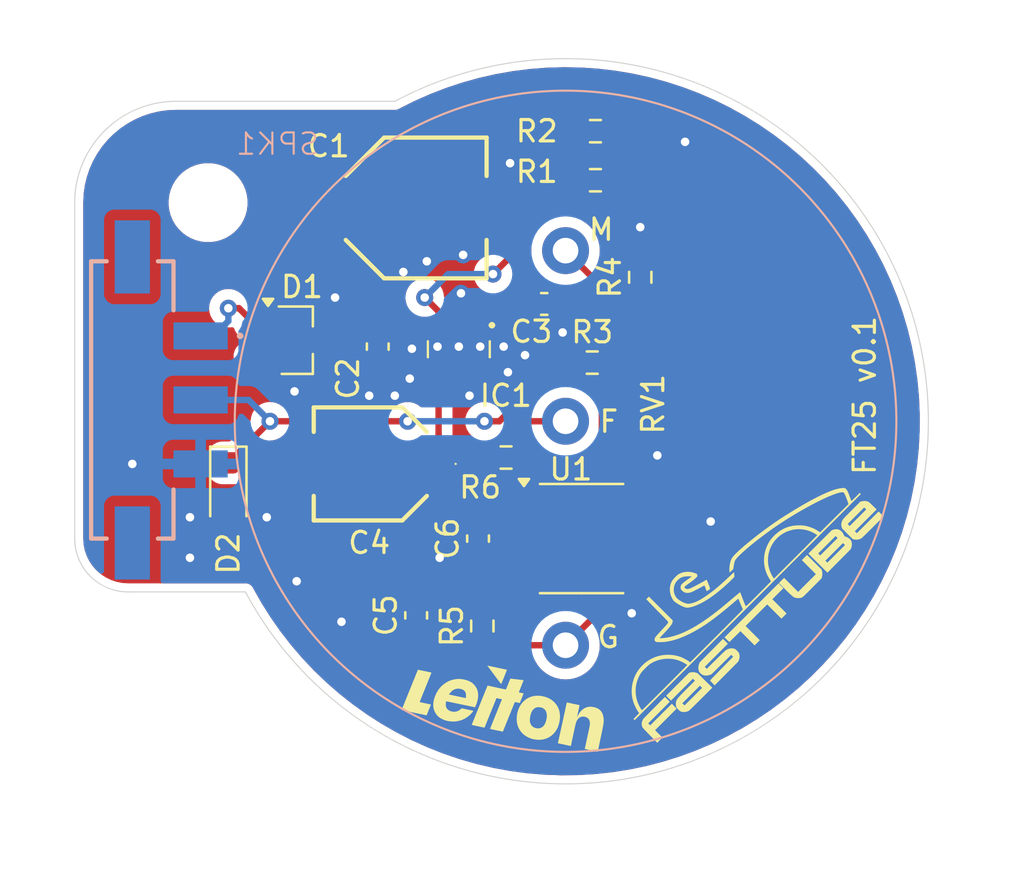
<source format=kicad_pcb>
(kicad_pcb
	(version 20240108)
	(generator "pcbnew")
	(generator_version "8.0")
	(general
		(thickness 1.6)
		(legacy_teardrops no)
	)
	(paper "A4")
	(layers
		(0 "F.Cu" signal)
		(31 "B.Cu" power)
		(32 "B.Adhes" user "B.Adhesive")
		(33 "F.Adhes" user "F.Adhesive")
		(34 "B.Paste" user)
		(35 "F.Paste" user)
		(37 "F.SilkS" user "F.Silkscreen")
		(38 "B.Mask" user)
		(39 "F.Mask" user)
		(40 "Dwgs.User" user "User.Drawings")
		(41 "Cmts.User" user "User.Comments")
		(42 "Eco1.User" user "User.Eco1")
		(43 "Eco2.User" user "User.Eco2")
		(44 "Edge.Cuts" user)
		(45 "Margin" user)
		(46 "B.CrtYd" user "B.Courtyard")
		(47 "F.CrtYd" user "F.Courtyard")
		(48 "B.Fab" user)
		(49 "F.Fab" user)
		(50 "User.1" user)
		(51 "User.2" user)
		(52 "User.3" user)
		(53 "User.4" user)
		(54 "User.5" user)
		(55 "User.6" user)
		(56 "User.7" user)
		(57 "User.8" user)
		(58 "User.9" user)
	)
	(setup
		(stackup
			(layer "F.SilkS"
				(type "Top Silk Screen")
			)
			(layer "F.Paste"
				(type "Top Solder Paste")
			)
			(layer "F.Mask"
				(type "Top Solder Mask")
				(thickness 0.01)
			)
			(layer "F.Cu"
				(type "copper")
				(thickness 0.035)
			)
			(layer "dielectric 1"
				(type "core")
				(thickness 1.51)
				(material "FR4")
				(epsilon_r 4.5)
				(loss_tangent 0.02)
			)
			(layer "B.Cu"
				(type "copper")
				(thickness 0.035)
			)
			(layer "B.Mask"
				(type "Bottom Solder Mask")
				(thickness 0.01)
			)
			(layer "B.Paste"
				(type "Bottom Solder Paste")
			)
			(layer "dielectric 2"
				(type "Bottom Silk Screen")
				(thickness 0)
				(material "FR4")
				(epsilon_r 4.5)
				(loss_tangent 0.02)
			)
			(copper_finish "None")
			(dielectric_constraints no)
		)
		(pad_to_mask_clearance 0)
		(allow_soldermask_bridges_in_footprints no)
		(pcbplotparams
			(layerselection 0x00010fc_ffffffff)
			(plot_on_all_layers_selection 0x0000000_00000000)
			(disableapertmacros no)
			(usegerberextensions no)
			(usegerberattributes yes)
			(usegerberadvancedattributes yes)
			(creategerberjobfile yes)
			(dashed_line_dash_ratio 12.000000)
			(dashed_line_gap_ratio 3.000000)
			(svgprecision 4)
			(plotframeref no)
			(viasonmask no)
			(mode 1)
			(useauxorigin no)
			(hpglpennumber 1)
			(hpglpenspeed 20)
			(hpglpendiameter 15.000000)
			(pdf_front_fp_property_popups yes)
			(pdf_back_fp_property_popups yes)
			(dxfpolygonmode yes)
			(dxfimperialunits yes)
			(dxfusepcbnewfont yes)
			(psnegative no)
			(psa4output no)
			(plotreference yes)
			(plotvalue yes)
			(plotfptext yes)
			(plotinvisibletext no)
			(sketchpadsonfab no)
			(subtractmaskfromsilk no)
			(outputformat 1)
			(mirror no)
			(drillshape 1)
			(scaleselection 1)
			(outputdirectory "")
		)
	)
	(net 0 "")
	(net 1 "VDD")
	(net 2 "GND")
	(net 3 "Net-(U1-FEED)")
	(net 4 "Net-(SPK1-M)")
	(net 5 "+24V")
	(net 6 "Net-(U1-HRNEN)")
	(net 7 "Net-(IC1-EN{slash}ADJ)")
	(net 8 "/SIG")
	(net 9 "Net-(SPK1-G)")
	(net 10 "Net-(SPK1-F)")
	(net 11 "Net-(D1-A)")
	(net 12 "unconnected-(U1-NC-Pad1)")
	(net 13 "unconnected-(U1-NC-Pad3)")
	(net 14 "Net-(R1-Pad2)")
	(footprint "Capacitor_SMD:C_0603_1608Metric_Pad1.08x0.95mm_HandSolder" (layer "F.Cu") (at 141.2 96.5 -90))
	(footprint "Capacitor_SMD:C_0603_1608Metric_Pad1.08x0.95mm_HandSolder" (layer "F.Cu") (at 145.9 105.5 90))
	(footprint "LOGO" (layer "F.Cu") (at 157.785054 107.960449 45))
	(footprint "Resistor_SMD:R_0603_1608Metric_Pad0.98x0.95mm_HandSolder" (layer "F.Cu") (at 146.1 109.6 90))
	(footprint "soundbox:06TR4FA104DPR" (layer "F.Cu") (at 159 95.5))
	(footprint "Capacitor_SMD:C_0603_1608Metric_Pad1.08x0.95mm_HandSolder" (layer "F.Cu") (at 149 94.5 180))
	(footprint "Resistor_SMD:R_0603_1608Metric_Pad0.98x0.95mm_HandSolder" (layer "F.Cu") (at 153.5 93.25 90))
	(footprint "soundbox:PG-SCT595-5" (layer "F.Cu") (at 145 96.5 180))
	(footprint "soundbox:EEE0GA101SR" (layer "F.Cu") (at 140.85 102 180))
	(footprint "Resistor_SMD:R_0603_1608Metric_Pad0.98x0.95mm_HandSolder" (layer "F.Cu") (at 147.2125 101.7))
	(footprint "Resistor_SMD:R_0603_1608Metric_Pad0.98x0.95mm_HandSolder" (layer "F.Cu") (at 151.4 88.7))
	(footprint "Package_TO_SOT_SMD:SOT-23_Handsoldering" (layer "F.Cu") (at 137.4 96.2))
	(footprint "soundbox:LeitOn_small_wo_sq" (layer "F.Cu") (at 147.2 113.1 -12))
	(footprint "Package_SO:SOIC-8_3.9x4.9mm_P1.27mm" (layer "F.Cu") (at 150.75 105.5))
	(footprint "soundbox:EEE1AA101SP" (layer "F.Cu") (at 143 90))
	(footprint "Resistor_SMD:R_0603_1608Metric_Pad0.98x0.95mm_HandSolder" (layer "F.Cu") (at 151.25 97.25))
	(footprint "Capacitor_SMD:C_0603_1608Metric_Pad1.08x0.95mm_HandSolder" (layer "F.Cu") (at 143 109.1 90))
	(footprint "Diode_SMD:D_SOD-323_HandSoldering" (layer "F.Cu") (at 134.2 103.2 -90))
	(footprint "MountingHole:MountingHole_3.2mm_M3_DIN965" (layer "F.Cu") (at 133.25 89.75))
	(footprint "Resistor_SMD:R_0603_1608Metric_Pad0.98x0.95mm_HandSolder" (layer "F.Cu") (at 151.4 86.4))
	(footprint "soundbox:TE Micro-Mate-N-Lok 1x03" (layer "B.Cu") (at 129.7 99 90))
	(footprint "soundbox:CPT-3016-105T" (layer "B.Cu") (at 150 100 180))
	(gr_arc
		(start 127 89.75)
		(mid 128.391243 86.391243)
		(end 131.75 85)
		(stroke
			(width 0.05)
			(type default)
		)
		(layer "Edge.Cuts")
		(uuid "0c9499f7-3257-4d1a-ab45-d3dea9659961")
	)
	(gr_line
		(start 131.75 85)
		(end 142 85)
		(stroke
			(width 0.05)
			(type default)
		)
		(layer "Edge.Cuts")
		(uuid "145b8ce2-1cdf-402f-8341-2813b341aab6")
	)
	(gr_line
		(start 127 89.75)
		(end 127 105.5)
		(stroke
			(width 0.05)
			(type default)
		)
		(layer "Edge.Cuts")
		(uuid "5702bfe5-fa35-42f9-b66d-dc1faf38af9f")
	)
	(gr_line
		(start 129.5 108)
		(end 135 108)
		(stroke
			(width 0.05)
			(type default)
		)
		(layer "Edge.Cuts")
		(uuid "7ce022d5-3481-46fd-850f-fa99ac5c91eb")
	)
	(gr_arc
		(start 142 85)
		(mid 166.263456 104.949746)
		(end 135.000001 108.000003)
		(stroke
			(width 0.05)
			(type default)
		)
		(layer "Edge.Cuts")
		(uuid "8a2c619c-8626-4af2-8c59-1422d0ba61b9")
	)
	(gr_arc
		(start 129.5 108)
		(mid 127.732233 107.267767)
		(end 127 105.5)
		(stroke
			(width 0.05)
			(type default)
		)
		(layer "Edge.Cuts")
		(uuid "e1634623-b024-4caa-9d4d-69a765686d49")
	)
	(gr_rect
		(start 127 83)
		(end 167 117)
		(stroke
			(width 0.01)
			(type default)
		)
		(fill none)
		(layer "User.1")
		(uuid "39b0a146-c4d4-4256-ae48-acf0ec4d99bd")
	)
	(gr_text "FT25 v0.1"
		(at 164.6 102.6 90)
		(layer "F.SilkS")
		(uuid "0568cae2-bee3-4247-bec4-4aec8861298f")
		(effects
			(font
				(size 1 1)
				(thickness 0.15)
			)
			(justify left bottom)
		)
	)
	(segment
		(start 144.05 100.6)
		(end 144.05 101.8)
		(width 0.3)
		(layer "F.Cu")
		(net 1)
		(uuid "0200de1e-f1d3-475e-904f-1ae67260540b")
	)
	(segment
		(start 144.05 103.45)
		(end 144.05 102.35)
		(width 0.3)
		(layer "F.Cu")
		(net 1)
		(uuid "0bc4b59f-3030-465f-99e6-8a96f1d37eff")
	)
	(segment
		(start 148.275 104.865)
		(end 146.1275 104.865)
		(width 0.3)
		(layer "F.Cu")
		(net 1)
		(uuid "4fcf3739-2429-46db-a6eb-520af12c0900")
	)
	(segment
		(start 144 97.75)
		(end 144.05 97.7)
		(width 0.3)
		(layer "F.Cu")
		(net 1)
		(uuid "b57598a9-8b18-4e03-89c1-05fa95734452")
	)
	(segment
		(start 144.05 97.7)
		(end 144.05 100.6)
		(width 0.3)
		(layer "F.Cu")
		(net 1)
		(uuid "b5e77050-d7d3-4d83-9482-2923ce921046")
	)
	(segment
		(start 142.85 101.8)
		(end 144.05 101.8)
		(width 0.3)
		(layer "F.Cu")
		(net 1)
		(uuid "b743f3e9-4660-4641-8a39-1aa2c34a7ec6")
	)
	(segment
		(start 144.05 102.35)
		(end 143.7 102)
		(width 0.3)
		(layer "F.Cu")
		(net 1)
		(uuid "c5bb5a80-74ea-46d0-bfec-228c952e0dc7")
	)
	(segment
		(start 145.9 104.6375)
		(end 145.2375 104.6375)
		(width 0.3)
		(layer "F.Cu")
		(net 1)
		(uuid "cd55c0ae-b94b-4f6e-88d8-0819b3376a66")
	)
	(segment
		(start 145.2375 104.6375)
		(end 144.05 103.45)
		(width 0.3)
		(layer "F.Cu")
		(net 1)
		(uuid "ea5494ea-c94c-4637-880a-57b8847c4db0")
	)
	(segment
		(start 146.1275 104.865)
		(end 145.9 104.6375)
		(width 0.3)
		(layer "F.Cu")
		(net 1)
		(uuid "f2ef52aa-2e6f-4866-8b2f-5ded5050ff85")
	)
	(segment
		(start 145.9 106.3625)
		(end 144.1375 106.3625)
		(width 0.3)
		(layer "F.Cu")
		(net 2)
		(uuid "55aab1f9-bc28-4d68-920d-7a0186ad9de5")
	)
	(segment
		(start 149.8625 95.8375)
		(end 149.8625 94.5)
		(width 0.3)
		(layer "F.Cu")
		(net 2)
		(uuid "71920597-7374-42a3-8e56-7b58da0dcf27")
	)
	(segment
		(start 144.1375 106.3625)
		(end 144.1 106.4)
		(width 0.3)
		(layer "F.Cu")
		(net 2)
		(uuid "e1cb0569-3fed-4d04-9a27-ad2ee24e1020")
	)
	(via
		(at 155.6 86.9)
		(size 0.8)
		(drill 0.4)
		(layers "F.Cu" "B.Cu")
		(free yes)
		(net 2)
		(uuid "06a1a750-8536-4cf8-9192-35bc867304a9")
	)
	(via
		(at 140.8 98.8)
		(size 0.8)
		(drill 0.4)
		(layers "F.Cu" "B.Cu")
		(free yes)
		(net 2)
		(uuid "11677aed-5d35-4c15-8c41-230ac25975ee")
	)
	(via
		(at 142 98.8)
		(size 0.8)
		(drill 0.4)
		(layers "F.Cu" "B.Cu")
		(free yes)
		(net 2)
		(uuid "1634c358-6587-4d9e-a4c2-90a5ab1faafd")
	)
	(via
		(at 147.3 97.7)
		(size 0.8)
		(drill 0.4)
		(layers "F.Cu" "B.Cu")
		(free yes)
		(net 2)
		(uuid "1a418d52-d221-44b1-ad1d-91e97992ecb3")
	)
	(via
		(at 132.4 104.5)
		(size 0.8)
		(drill 0.4)
		(layers "F.Cu" "B.Cu")
		(free yes)
		(net 2)
		(uuid "1da33b74-2747-46a9-8a77-705af998d3c9")
	)
	(via
		(at 142.7 98)
		(size 0.8)
		(drill 0.4)
		(layers "F.Cu" "B.Cu")
		(free yes)
		(net 2)
		(uuid "25345f8f-538d-46a3-b8d8-5a868b8a4bca")
	)
	(via
		(at 144.1 106.4)
		(size 0.8)
		(drill 0.4)
		(layers "F.Cu" "B.Cu")
		(net 2)
		(uuid "2a82b6e4-3e60-41fd-bd5d-f6a27f31de3c")
	)
	(via
		(at 143.5 92.5)
		(size 0.8)
		(drill 0.4)
		(layers "F.Cu" "B.Cu")
		(free yes)
		(net 2)
		(uuid "384c8bfa-3338-4421-b506-b5dcc7f603cf")
	)
	(via
		(at 153.5 90.9)
		(size 0.8)
		(drill 0.4)
		(layers "F.Cu" "B.Cu")
		(free yes)
		(net 2)
		(uuid "59e64dbd-0451-436f-844e-4c0d273598ba")
	)
	(via
		(at 132.4 106.4)
		(size 0.8)
		(drill 0.4)
		(layers "F.Cu" "B.Cu")
		(free yes)
		(net 2)
		(uuid "666d3a72-2cd8-4fa2-aca8-17e2e869684e")
	)
	(via
		(at 148.1 96.9)
		(size 0.8)
		(drill 0.4)
		(layers "F.Cu" "B.Cu")
		(free yes)
		(net 2)
		(uuid "69cbc453-a834-432c-a06f-6af5e0115401")
	)
	(via
		(at 145 96.5)
		(size 0.8)
		(drill 0.4)
		(layers "F.Cu" "B.Cu")
		(free yes)
		(net 2)
		(uuid "6a66460c-c4ed-4cbb-ad75-8721cfb01e79")
	)
	(via
		(at 153.1 109)
		(size 0.8)
		(drill 0.4)
		(layers "F.Cu" "B.Cu")
		(free yes)
		(net 2)
		(uuid "7fa75b93-3a54-4ab9-823b-8664220d8fc0")
	)
	(via
		(at 136 104.5)
		(size 0.8)
		(drill 0.4)
		(layers "F.Cu" "B.Cu")
		(free yes)
		(net 2)
		(uuid "83ee66e4-35b7-421f-bd51-e9232ebc2f9c")
	)
	(via
		(at 147.4 87.9)
		(size 0.8)
		(drill 0.4)
		(layers "F.Cu" "B.Cu")
		(free yes)
		(net 2)
		(uuid "87ee8f62-5586-4ec4-bf64-4d8e7f4f3c00")
	)
	(via
		(at 142.8 96.6)
		(size 0.8)
		(drill 0.4)
		(layers "F.Cu" "B.Cu")
		(free yes)
		(net 2)
		(uuid "88f446c1-03c1-4aaf-8c6d-a532e3fea711")
	)
	(via
		(at 145.2 92.2)
		(size 0.8)
		(drill 0.4)
		(layers "F.Cu" "B.Cu")
		(free yes)
		(net 2)
		(uuid "96ccf5b1-b85a-42c6-89d1-03c3653c0e78")
	)
	(via
		(at 139.2 94.2)
		(size 0.8)
		(drill 0.4)
		(layers "F.Cu" "B.Cu")
		(free yes)
		(net 2)
		(uuid "992c7461-a546-414a-83a3-be9358a4ffe2")
	)
	(via
		(at 145.1 94)
		(size 0.8)
		(drill 0.4)
		(layers "F.Cu" "B.Cu")
		(free yes)
		(net 2)
		(uuid "b57f5c0c-c97f-4e02-83ff-2ef698d42b64")
	)
	(via
		(at 145.5 98.8)
		(size 0.8)
		(drill 0.4)
		(layers "F.Cu" "B.Cu")
		(free yes)
		(net 2)
		(uuid "b5ab2b73-4634-4e0e-855d-42a626e2a677")
	)
	(via
		(at 154.3 101.6)
		(size 0.8)
		(drill 0.4)
		(layers "F.Cu" "B.Cu")
		(free yes)
		(net 2)
		(uuid "b76a2fc2-0f04-4ac7-8040-3c68efea3aaa")
	)
	(via
		(at 137.4 107.5)
		(size 0.8)
		(drill 0.4)
		(layers "F.Cu" "B.Cu")
		(free yes)
		(net 2)
		(uuid "b84a5bb6-38b6-489a-88d5-f98f5bcf4f0a")
	)
	(via
		(at 129.7 102)
		(size 0.8)
		(drill 0.4)
		(layers "F.Cu" "B.Cu")
		(free yes)
		(net 2)
		(uuid "bd7459d8-a268-4191-be11-087d8e3b927b")
	)
	(via
		(at 146 96.5)
		(size 0.8)
		(drill 0.4)
		(layers "F.Cu" "B.Cu")
		(free yes)
		(net 2)
		(uuid "ce89bd32-5eb5-4729-8660-e03d2d9f2e18")
	)
	(via
		(at 147.1 96.5)
		(size 0.8)
		(drill 0.4)
		(layers "F.Cu" "B.Cu")
		(free yes)
		(net 2)
		(uuid "d6efebd2-3405-41b1-bc0d-84897ffc75fb")
	)
	(via
		(at 149.8625 95.8375)
		(size 0.8)
		(drill 0.4)
		(layers "F.Cu" "B.Cu")
		(free yes)
		(net 2)
		(uuid "d8f12fb1-bcf4-4713-a92c-8cd19cfe334a")
	)
	(via
		(at 156.8 104.7)
		(size 0.8)
		(drill 0.4)
		(layers "F.Cu" "B.Cu")
		(free yes)
		(net 2)
		(uuid "db890ffb-38c3-4b56-bb01-106cd42901c5")
	)
	(via
		(at 144 96.5)
		(size 0.8)
		(drill 0.4)
		(layers "F.Cu" "B.Cu")
		(free yes)
		(net 2)
		(uuid "dcf1182a-9346-40f1-9a54-d1175b80aebf")
	)
	(via
		(at 139.5 109.4)
		(size 0.8)
		(drill 0.4)
		(layers "F.Cu" "B.Cu")
		(free yes)
		(net 2)
		(uuid "dee0939a-5e0d-4315-a470-5bde3c7fcd15")
	)
	(via
		(at 137.3 98.6)
		(size 0.8)
		(drill 0.4)
		(layers "F.Cu" "B.Cu")
		(free yes)
		(net 2)
		(uuid "ecf13844-64d3-4d09-826f-01f2a3714814")
	)
	(via
		(at 142.4 93)
		(size 0.8)
		(drill 0.4)
		(layers "F.Cu" "B.Cu")
		(free yes)
		(net 2)
		(uuid "f5a8ee92-c6be-49c6-a40d-bd44551aab57")
	)
	(segment
		(start 149.9 106.9)
		(end 149.395 107.405)
		(width 0.3)
		(layer "F.Cu")
		(net 3)
		(uuid "072347fb-8a85-4b8b-9cdd-570becb73639")
	)
	(segment
		(start 143 108.2375)
		(end 143.1625 108.4)
		(width 0.3)
		(layer "F.Cu")
		(net 3)
		(uuid "33cc69b3-2ac0-4549-9b3b-91cd59442f92")
	)
	(segment
		(start 148.275 107.405)
		(end 146.105 107.405)
		(width 0.3)
		(layer "F.Cu")
		(net 3)
		(uuid "4d85323a-08d1-468c-bfd3-e496a2731d71")
	)
	(segment
		(start 146.105 107.405)
		(end 146.1 107.4)
		(width 0.3)
		(layer "F.Cu")
		(net 3)
		(uuid "5dd55fdd-6d11-4b51-a953-3fa965ab3532")
	)
	(segment
		(start 148.125 101.7)
		(end 148.4 101.7)
		(width 0.3)
		(layer "F.Cu")
		(net 3)
		(uuid "68a5e2c6-7d6d-4572-b044-716560f93b78")
	)
	(segment
		(start 149.395 107.405)
		(end 148.275 107.405)
		(width 0.3)
		(layer "F.Cu")
		(net 3)
		(uuid "743d24b5-976d-4645-9863-8a0ee42aafcc")
	)
	(segment
		(start 143.1625 108.4)
		(end 145.8125 108.4)
		(width 0.3)
		(layer "F.Cu")
		(net 3)
		(uuid "b7c0af82-7118-446f-84b0-b130de258793")
	)
	(segment
		(start 149.9 103.2)
		(end 149.9 106.9)
		(width 0.3)
		(layer "F.Cu")
		(net 3)
		(uuid "cb404238-cfe4-4c89-80e5-10dbaa60b65d")
	)
	(segment
		(start 148.4 101.7)
		(end 149.9 103.2)
		(width 0.3)
		(layer "F.Cu")
		(net 3)
		(uuid "d01badf2-6c95-4c67-a7e8-06a90062df4a")
	)
	(segment
		(start 145.8125 108.4)
		(end 146.1 108.6875)
		(width 0.3)
		(layer "F.Cu")
		(net 3)
		(uuid "d28d9681-e4e7-4093-b176-03db88347aa5")
	)
	(segment
		(start 146.1 108.6875)
		(end 146.1 107.4)
		(width 0.3)
		(layer "F.Cu")
		(net 3)
		(uuid "f412a4c1-f106-41a2-a9c6-a0084babeb82")
	)
	(segment
		(start 143 109.9625)
		(end 143.3625 109.6)
		(width 0.3)
		(layer "F.Cu")
		(net 4)
		(uuid "1275eff5-a8cd-4980-99f8-bd6048c5865e")
	)
	(segment
		(start 143.3625 109.6)
		(end 148.2 109.6)
		(width 0.3)
		(layer "F.Cu")
		(net 4)
		(uuid "21c00ab5-9d09-4381-9fee-a936ade63893")
	)
	(segment
		(start 151.25 98.55)
		(end 151.7 99)
		(width 0.3)
		(layer "F.Cu")
		(net 4)
		(uuid "30c7c0a9-de98-46ee-ad56-98519c7cfb85")
	)
	(segment
		(start 152 104.865)
		(end 151.735 104.865)
		(width 0.3)
		(layer "F.Cu")
		(net 4)
		(uuid "36da2dfc-84c8-4d31-a70b-2f8f40fe67e3")
	)
	(segment
		(start 151.7 104.6)
		(end 151.7 104.83)
		(width 0.3)
		(layer "F.Cu")
		(net 4)
		(uuid "3ae480d1-8672-4f2c-a851-94f59965e078")
	)
	(segment
		(start 150.6 106)
		(end 151.735 104.865)
		(width 0.3)
		(layer "F.Cu")
		(net 4)
		(uuid "43024d58-9f54-4f6e-8b0a-0234d31eabeb")
	)
	(segment
		(start 151.7 99)
		(end 151.7 104.6)
		(width 0.3)
		(layer "F.Cu")
		(net 4)
		(uuid "45402f4d-99c3-4ba9-bd66-4a1ea8da26b0")
	)
	(segment
		(start 150.6 107.2)
		(end 150.6 106)
		(width 0.3)
		(layer "F.Cu")
		(net 4)
		(uuid "534a1b64-c56d-4dac-be08-2c6f4970d5f7")
	)
	(segment
		(start 151.735 104.6)
		(end 152 104.865)
		(width 0.3)
		(layer "F.Cu")
		(net 4)
		(uuid "5da0f8fb-e2f9-41b0-9801-f13702b13393")
	)
	(segment
		(start 151.7 104.83)
		(end 151.735 104.865)
		(width 0.3)
		(layer "F.Cu")
		(net 4)
		(uuid "78b78ccc-63d2-4be6-8684-dc2b419e2d99")
	)
	(segment
		(start 151.25 93.25)
		(end 151.25 98.55)
		(width 0.3)
		(layer "F.Cu")
		(net 4)
		(uuid "7bc63da9-9e54-4147-a93d-721567276b1d")
	)
	(segment
		(start 150 92)
		(end 151.25 93.25)
		(width 0.3)
		(layer "F.Cu")
		(net 4)
		(uuid "d0f86c55-1497-473f-92ab-0926b530691e")
	)
	(segment
		(start 153.06 104.7)
		(end 153.225 104.865)
		(width 0.3)
		(layer "F.Cu")
		(net 4)
		(uuid "de487b46-dff6-4637-b730-51caf9eeca2e")
	)
	(segment
		(start 151.7 104.6)
		(end 151.735 104.6)
		(width 0.3)
		(layer "F.Cu")
		(net 4)
		(uuid "e604e90e-3383-4c49-a31e-adad540853ba")
	)
	(segment
		(start 153.225 104.865)
		(end 152 104.865)
		(width 0.3)
		(layer "F.Cu")
		(net 4)
		(uuid "fb5f5bb4-df8e-49f9-aeab-c72ab1a7e5d2")
	)
	(segment
		(start 148.2 109.6)
		(end 150.6 107.2)
		(width 0.3)
		(layer "F.Cu")
		(net 4)
		(uuid "fc45fc17-2009-442e-bbac-989774d63208")
	)
	(segment
		(start 141.2 90.7)
		(end 140.5 90)
		(width 0.3)
		(layer "F.Cu")
		(net 5)
		(uuid "0ec3d108-2dd2-4613-9e05-a42643014597")
	)
	(segment
		(start 147.7 92)
		(end 147.7 91)
		(width 0.3)
		(layer "F.Cu")
		(net 5)
		(uuid "1714de18-f19e-4a1d-9fcb-abbc4390ca85")
	)
	(segment
		(start 143.4 94.2)
		(end 144.05 94.85)
		(width 0.3)
		(layer "F.Cu")
		(net 5)
		(uuid "1dab445f-7c67-472b-bea0-a057a8fe6814")
	)
	(segment
		(start 141.5875 95.25)
		(end 144 95.25)
		(width 0.3)
		(layer "F.Cu")
		(net 5)
		(uuid "3cdd5ae0-fe74-40b7-91eb-253b46d6524f")
	)
	(segment
		(start 141.2 95.6375)
		(end 141.2 90.7)
		(width 0.3)
		(layer "F.Cu")
		(net 5)
		(uuid "579889bc-a6ba-4b0c-a1db-876d7cebf3d2")
	)
	(segment
		(start 140.1125 95.6375)
		(end 141.2 95.6375)
		(width 0.3)
		(layer "F.Cu")
		(net 5)
		(uuid "741a27be-6162-47b2-ad04-96fb7ac0b279")
	)
	(segment
		(start 150 88.7)
		(end 150.4875 88.7)
		(width 0.3)
		(layer "F.Cu")
		(net 5)
		(uuid "91449544-3d85-43bf-892d-142f30243a74")
	)
	(segment
		(start 146.6 93.1)
		(end 147.7 92)
		(width 0.3)
		(layer "F.Cu")
		(net 5)
		(uuid "a21a02bd-2759-401c-b257-6fddf78b91b4")
	)
	(segment
		(start 144.05 94.85)
		(end 144.05 95.3)
		(width 0.3)
		(layer "F.Cu")
		(net 5)
		(uuid "adf1574a-72d4-442f-b8a1-48199444bd90")
	)
	(segment
		(start 147.7 91)
		(end 150 88.7)
		(width 0.3)
		(layer "F.Cu")
		(net 5)
		(uuid "b0d0a533-03d1-4d10-9c9d-275a057f1864")
	)
	(segment
		(start 138.9 96.2)
		(end 139.55 96.2)
		(width 0.3)
		(layer "F.Cu")
		(net 5)
		(uuid "bd107eda-4f5e-4951-931b-0b65bc3ea725")
	)
	(segment
		(start 141.2 95.6375)
		(end 141.5875 95.25)
		(width 0.3)
		(layer "F.Cu")
		(net 5)
		(uuid "c70a6765-40cc-46c1-a2d9-b3050acd3216")
	)
	(segment
		(start 139.55 96.2)
		(end 140.1125 95.6375)
		(width 0.3)
		(layer "F.Cu")
		(net 5)
		(uuid "e1a2c8d8-ddc3-4812-a16f-2c720999d104")
	)
	(segment
		(start 150.4875 86.4)
		(end 150.4875 88.7)
		(width 0.3)
		(layer "F.Cu")
		(net 5)
		(uuid "e74d25ae-28d4-40ff-aaa6-db74846f4d2c")
	)
	(via
		(at 146.6 93.1)
		(size 0.8)
		(drill 0.4)
		(layers "F.Cu" "B.Cu")
		(net 5)
		(uuid "1f66e272-7d73-47e7-85fd-2cea844f1376")
	)
	(via
		(at 143.4 94.2)
		(size 0.8)
		(drill 0.4)
		(layers "F.Cu" "B.Cu")
		(net 5)
		(uuid "8331b1ec-10d8-49af-bc63-06d3c2054628")
	)
	(segment
		(start 143.4 94.2)
		(end 144.5 93.1)
		(width 0.3)
		(layer "B.Cu")
		(net 5)
		(uuid "3d463da7-f24e-4295-b6cf-c9e0d28f4c0f")
	)
	(segment
		(start 144.5 93.1)
		(end 146.6 93.1)
		(width 0.3)
		(layer "B.Cu")
		(net 5)
		(uuid "83c9ff67-d173-4d20-ab93-11f408c2536e")
	)
	(segment
		(start 152.5 97.5875)
		(end 152.5 101.75)
		(width 0.3)
		(layer "F.Cu")
		(net 6)
		(uuid "074a2975-fd68-4c40-8155-f0e5b9abf23d")
	)
	(segment
		(start 152.1625 97.25)
		(end 152.5 97.5875)
		(width 0.3)
		(layer "F.Cu")
		(net 6)
		(uuid "21ff4d6b-8fcc-4b1c-820c-c5cadcb9bf55")
	)
	(segment
		(start 152.5 101.75)
		(end 153.25 102.5)
		(width 0.3)
		(layer "F.Cu")
		(net 6)
		(uuid "2fba2c5a-2a97-4175-bfeb-038d973dde82")
	)
	(segment
		(start 153.25 103.57)
		(end 153.225 103.595)
		(width 0.3)
		(layer "F.Cu")
		(net 6)
		(uuid "418fabef-99d7-47c9-abc2-f7723d16f244")
	)
	(segment
		(start 152.1625 97.25)
		(end 152.25 97.25)
		(width 0.3)
		(layer "F.Cu")
		(net 6)
		(uuid "52311879-8ed6-466b-bba9-44d036750aed")
	)
	(segment
		(start 153.25 102.5)
		(end 153.25 103.57)
		(width 0.3)
		(layer "F.Cu")
		(net 6)
		(uuid "cdcf619f-a978-4667-ae1c-20f141c6c1ed")
	)
	(segment
		(start 153.5 96)
		(end 153.5 94.1625)
		(width 0.3)
		(layer "F.Cu")
		(net 6)
		(uuid "ef8cfd81-6cb9-4d71-b3bf-0610e509a439")
	)
	(segment
		(start 152.25 97.25)
		(end 153.5 96)
		(width 0.3)
		(layer "F.Cu")
		(net 6)
		(uuid "fa2f396c-09cf-4795-881a-85a4b4ae0039")
	)
	(segment
		(start 159 91.225)
		(end 157.525 89.75)
		(width 0.3)
		(layer "F.Cu")
		(net 7)
		(uuid "10e80ff1-24c9-4e99-a6ae-40c6b4da76d7")
	)
	(segment
		(start 145.95 95.3)
		(end 147.425 93.825)
		(width 0.3)
		(layer "F.Cu")
		(net 7)
		(uuid "69f64f3f-7002-47e9-8d79-e5b3fa90185e")
	)
	(segment
		(start 148.25 93)
		(end 147.425 93.825)
		(width 0.3)
		(layer "F.Cu")
		(net 7)
		(uuid "71a75b59-ac82-42df-ab4d-24534136247c")
	)
	(segment
		(start 149.75 89.75)
		(end 148.25 91.25)
		(width 0.3)
		(layer "F.Cu")
		(net 7)
		(uuid "7c187c0d-5463-49e4-b302-7e6b907a001c")
	)
	(segment
		(start 157.525 89.75)
		(end 149.75 89.75)
		(width 0.3)
		(layer "F.Cu")
		(net 7)
		(uuid "8caf3322-20bd-4792-87d4-2ac4b6e61f44")
	)
	(segment
		(start 148.1375 94.5)
		(end 148.1 94.5)
		(width 0.3)
		(layer "F.Cu")
		(net 7)
		(uuid "c7a1fbfd-de61-4daa-8cec-99339a910f45")
	)
	(segment
		(start 148.1 94.5)
		(end 147.425 93.825)
		(width 0.3)
		(layer "F.Cu")
		(net 7)
		(uuid "fb5c3ebe-ae4a-47c1-bc91-695929b1d538")
	)
	(segment
		(start 148.25 91.25)
		(end 148.25 93)
		(width 0.3)
		(layer "F.Cu")
		(net 7)
		(uuid "fd5ccc6b-1f50-4929-b1e8-f7fa3b79e0ff")
	)
	(segment
		(start 149.65 97.25)
		(end 150.3375 97.25)
		(width 0.3)
		(layer "F.Cu")
		(net 8)
		(uuid "49712491-cc98-417d-9fd7-6bea8419dd0f")
	)
	(segment
		(start 146.2 100)
		(end 146.9 100)
		(width 0.3)
		(layer "F.Cu")
		(net 8)
		(uuid "527f361a-886e-4d3e-b2f8-d2e7b77728ba")
	)
	(segment
		(start 136.15 100)
		(end 142.6 100)
		(width 0.3)
		(layer "F.Cu")
		(net 8)
		(uuid "ad44f46e-590e-4cd3-88ff-d928169f3340")
	)
	(segment
		(start 134.2 101.95)
		(end 136.15 100)
		(width 0.3)
		(layer "F.Cu")
		(net 8)
		(uuid "e66817cb-ecbe-4379-b3d8-4592e62fb82a")
	)
	(segment
		(start 146.9 100)
		(end 149.65 97.25)
		(width 0.3)
		(layer "F.Cu")
		(net 8)
		(uuid "eab867c7-f470-4870-8085-66ac175dac89")
	)
	(via
		(at 136.15 100)
		(size 0.8)
		(drill 0.4)
		(layers "F.Cu" "B.Cu")
		(net 8)
		(uuid "196f3ada-6767-46e8-bc43-96e2adfd060d")
	)
	(via
		(at 146.2 100)
		(size 0.8)
		(drill 0.4)
		(layers "F.Cu" "B.Cu")
		(net 8)
		(uuid "3e77b714-44f3-4163-8c08-87f52830b850")
	)
	(via
		(at 142.6 100)
		(size 0.8)
		(drill 0.4)
		(layers "F.Cu" "B.Cu")
		(net 8)
		(uuid "5281ce56-3ddb-4cc6-af00-7d45d7765312")
	)
	(segment
		(start 135.15 99)
		(end 136.15 100)
		(width 0.3)
		(layer "B.Cu")
		(net 8)
		(uuid "5fe55199-ffd1-4d02-ad52-68f808f5da85")
	)
	(segment
		(start 142.6 100)
		(end 146.2 100)
		(width 0.3)
		(layer "B.Cu")
		(net 8)
		(uuid "7f30ac41-d40b-4057-b41b-f5859121de8d")
	)
	(segment
		(start 132.9 99)
		(end 135.15 99)
		(width 0.3)
		(layer "B.Cu")
		(net 8)
		(uuid "8c58bc83-d1af-448d-bb54-555e493ae65d")
	)
	(segment
		(start 146.1 110.5125)
		(end 146.1125 110.5)
		(width 0.3)
		(layer "F.Cu")
		(net 9)
		(uuid "0985b6fd-d180-4fc5-bce9-3d6204322516")
	)
	(segment
		(start 150 110.5)
		(end 151.3 109.2)
		(width 0.3)
		(layer "F.Cu")
		(net 9)
		(uuid "29833cd4-ae84-47c3-a086-4dfcd0ca3a64")
	)
	(segment
		(start 146.1125 110.5)
		(end 150 110.5)
		(width 0.3)
		(layer "F.Cu")
		(net 9)
		(uuid "924cc875-b40f-4c52-9192-86ac241c9175")
	)
	(segment
		(start 151.965 106.135)
		(end 153.225 106.135)
		(width 0.3)
		(layer "F.Cu")
		(net 9)
		(uuid "d32f4e74-f404-477c-91c6-11336f273e81")
	)
	(segment
		(start 151.3 109.2)
		(end 151.3 106.8)
		(width 0.3)
		(layer "F.Cu")
		(net 9)
		(uuid "e4c7c31e-d0bc-4d47-b7ae-acbdc347fd7a")
	)
	(segment
		(start 151.3 106.8)
		(end 151.965 106.135)
		(width 0.3)
		(layer "F.Cu")
		(net 9)
		(uuid "e78a7e10-98f9-4831-bed7-9f8aafb304a1")
	)
	(segment
		(start 148 100)
		(end 150 100)
		(width 0.3)
		(layer "F.Cu")
		(net 10)
		(uuid "3742acb2-820e-4999-be63-afbe5ee5925a")
	)
	(segment
		(start 146.3 101.7)
		(end 148 100)
		(width 0.3)
		(layer "F.Cu")
		(net 10)
		(uuid "85bef4ca-4201-41d1-8bbe-9a35f0aa61c3")
	)
	(segment
		(start 134.2 94.7)
		(end 134.7 94.7)
		(width 0.3)
		(layer "F.Cu")
		(net 11)
		(uuid "83ff6897-16ff-46ab-b3ba-070b041a9d3f")
	)
	(segment
		(start 134.7 94.7)
		(end 135.2 95.2)
		(width 0.3)
		(layer "F.Cu")
		(net 11)
		(uuid "b1f57c86-2116-455c-8371-c056ace23d7b")
	)
	(via
		(at 134.2 94.7)
		(size 0.8)
		(drill 0.4)
		(layers "F.Cu" "B.Cu")
		(net 11)
		(uuid "432e711e-10e1-4761-b332-3544d709305f")
	)
	(segment
		(start 132.9 96)
		(end 133.5 96)
		(width 0.3)
		(layer "B.Cu")
		(net 11)
		(uuid "33b36963-f0ed-4f59-bd4a-0832719fa111")
	)
	(segment
		(start 134.2 95.3)
		(end 134.2 94.7)
		(width 0.3)
		(layer "B.Cu")
		(net 11)
		(uuid "9fca1589-559b-4aa4-93c2-20ce9de5a619")
	)
	(segment
		(start 133.5 96)
		(end 134.2 95.3)
		(width 0.3)
		(layer "B.Cu")
		(net 11)
		(uuid "b0e838f9-62be-488b-8247-d0b1dabdb727")
	)
	(segment
		(start 161.15 100.425)
		(end 161.15 89.95)
		(width 0.3)
		(layer "F.Cu")
		(net 14)
		(uuid "26979417-b786-4be8-984f-7d0738cdff24")
	)
	(segment
		(start 161.15 89.95)
		(end 159.9 88.7)
		(width 0.3)
		(layer "F.Cu")
		(net 14)
		(uuid "7718b055-c971-4cec-ab44-672e9f6976fc")
	)
	(segment
		(start 159.9 88.7)
		(end 152.3125 88.7)
		(width 0.3)
		(layer "F.Cu")
		(net 14)
		(uuid "8f63e3d9-dbb7-40be-853d-4d064e73fe36")
	)
	(segment
		(start 152.3125 86.4)
		(end 152.3125 88.7)
		(width 0.3)
		(layer "F.Cu")
		(net 14)
		(uuid "d1f80375-c994-4ac9-a326-cf0882761c94")
	)
	(zone
		(net 2)
		(net_name "GND")
		(layers "F&B.Cu")
		(uuid "f9e29ff1-ed6b-4444-a671-19fb7397cf29")
		(hatch edge 0.5)
		(connect_pads
			(clearance 0.5)
		)
		(min_thickness 0.25)
		(filled_areas_thickness no)
		(fill yes
			(thermal_gap 0.5)
			(thermal_bridge_width 0.5)
		)
		(polygon
			(pts
				(xy 123.5 80.25) (xy 171.5 80.25) (xy 171.5 122) (xy 123.5 122)
			)
		)
		(filled_polygon
			(layer "F.Cu")
			(pts
				(xy 150.734407 83.416826) (xy 150.74039 83.417093) (xy 151.53884 83.472055) (xy 151.544801 83.472611)
				(xy 152.339659 83.566285) (xy 152.3456 83.567132) (xy 153.134968 83.699295) (xy 153.140852 83.700428)
				(xy 153.922852 83.870765) (xy 153.928705 83.87219) (xy 154.701491 84.080296) (xy 154.707267 84.082003)
				(xy 154.956695 84.162351) (xy 155.469035 84.327392) (xy 155.474703 84.32937) (xy 155.596611 84.375287)
				(xy 156.22369 84.611476) (xy 156.229274 84.613736) (xy 156.349668 84.665891) (xy 156.963657 84.931872)
				(xy 156.969066 84.934373) (xy 157.687215 85.287836) (xy 157.692478 85.290588) (xy 158.214207 85.579661)
				(xy 158.392541 85.67847) (xy 158.397738 85.681516) (xy 159.078152 86.102944) (xy 159.083191 86.106238)
				(xy 159.093488 86.11333) (xy 159.7423 86.560187) (xy 159.747176 86.563723) (xy 160.383459 87.049142)
				(xy 160.388158 87.05291) (xy 161.000151 87.568682) (xy 161.004661 87.572675) (xy 161.586442 88.11343)
				(xy 161.590859 88.117535) (xy 161.595161 88.121734) (xy 161.656149 88.184209) (xy 162.154215 88.694425)
				(xy 162.158317 88.698836) (xy 162.688898 89.297998) (xy 162.69278 89.302601) (xy 162.940152 89.610903)
				(xy 163.193647 89.926835) (xy 163.197301 89.931623) (xy 163.667249 90.579423) (xy 163.670667 90.584383)
				(xy 164.108624 91.254274) (xy 164.111796 91.259395) (xy 164.516671 91.949707) (xy 164.519592 91.954975)
				(xy 164.890492 92.664182) (xy 164.893153 92.669586) (xy 165.229168 93.395955) (xy 165.231563 93.401481)
				(xy 165.531909 94.143313) (xy 165.534033 94.14895) (xy 165.797995 94.904479) (xy 165.799843 94.910212)
				(xy 166.026802 95.677666) (xy 166.02837 95.683482) (xy 166.217799 96.461076) (xy 166.219082 96.466961)
				(xy 166.370521 97.252818) (xy 166.371517 97.258759) (xy 166.484616 98.051055) (xy 166.485322 98.057037)
				(xy 166.559812 98.853877) (xy 166.560227 98.859886) (xy 166.595933 99.659425) (xy 166.596055 99.665447)
				(xy 166.592891 100.46575) (xy 166.592721 100.471771) (xy 166.550697 101.270983) (xy 166.550235 101.276989)
				(xy 166.469445 102.073241) (xy 166.468691 102.079217) (xy 166.349337 102.870559) (xy 166.348294 102.876492)
				(xy 166.190641 103.661156) (xy 166.189312 103.667031) (xy 165.993749 104.443079) (xy 165.992136 104.448882)
				(xy 165.759107 105.214548) (xy 165.757213 105.220266) (xy 165.487295 105.973661) (xy 165.485127 105.979281)
				(xy 165.17892 106.718731) (xy 165.176481 106.724238) (xy 164.834736 107.447925) (xy 164.832032 107.453308)
				(xy 164.455545 108.159546) (xy 164.452583 108.164791) (xy 164.042247 108.851908) (xy 164.039034 108.857003)
				(xy 163.595807 109.523392) (xy 163.59235 109.528325) (xy 163.117291 110.172396) (xy 163.113599 110.177155)
				(xy 162.607826 110.797392) (xy 162.603907 110.801967) (xy 162.068599 111.396924) (xy 162.064463 111.401302)
				(xy 161.500908 111.969547) (xy 161.496564 111.97372) (xy 160.906053 112.513951) (xy 160.901511 112.517907)
				(xy 160.285494 113.028798) (xy 160.280765 113.03253) (xy 159.640644 113.512917) (xy 159.635741 113.516414)
				(xy 158.973073 113.965133) (xy 158.968004 113.968389) (xy 158.284292 114.384417) (xy 158.279072 114.387422)
				(xy 157.575977 114.76975) (xy 157.570617 114.772498) (xy 156.84978 115.120234) (xy 156.844293 115.122718)
				(xy 156.107445 115.435027) (xy 156.101843 115.437243) (xy 155.350661 115.713414) (xy 155.344959 115.715354)
				(xy 154.58129 115.954709) (xy 154.5755 115.956371) (xy 153.801072 116.158367) (xy 153.795208 116.159745)
				(xy 153.011912 116.323889) (xy 153.005989 116.324981) (xy 152.21563 116.450895) (xy 152.20966 116.451698)
				(xy 151.414122 116.539082) (xy 151.40812 116.539594) (xy 150.60928 116.588241) (xy 150.603261 116.588461)
				(xy 149.80299 116.598258) (xy 149.796967 116.598185) (xy 148.997184 116.569108) (xy 148.991171 116.568743)
				(xy 148.193744 116.500861) (xy 148.187757 116.500205) (xy 147.394538 116.393673) (xy 147.388589 116.392726)
				(xy 146.601515 116.247807) (xy 146.59562 116.246573) (xy 145.816487 116.063598) (xy 145.810658 116.062079)
				(xy 145.041328 115.841481) (xy 145.03558 115.83968) (xy 144.2779 115.581994) (xy 144.272246 115.579917)
				(xy 143.527944 115.285728) (xy 143.522397 115.283378) (xy 142.79327 114.953395) (xy 142.787845 114.950779)
				(xy 142.075621 114.585787) (xy 142.070328 114.582911) (xy 141.728097 114.385983) (xy 141.376611 114.183729)
				(xy 141.371487 114.180612) (xy 140.698014 113.748237) (xy 140.693033 113.744866) (xy 140.041363 113.280305)
				(xy 140.036544 113.276691) (xy 139.408167 112.781004) (xy 139.40353 112.777159) (xy 138.799999 112.25157)
				(xy 138.795554 112.247505) (xy 138.647598 112.105448) (xy 138.218237 111.693204) (xy 138.214015 111.688949)
				(xy 137.773998 111.223348) (xy 137.664305 111.107277) (xy 137.660275 111.1028) (xy 137.358893 110.751151)
				(xy 137.139457 110.495115) (xy 137.135675 110.49048) (xy 136.644951 109.858177) (xy 136.641401 109.853366)
				(xy 136.181982 109.198009) (xy 136.178653 109.193006) (xy 135.751599 108.516107) (xy 135.748537 108.510982)
				(xy 135.378789 107.856502) (xy 135.374353 107.847397) (xy 135.351238 107.807361) (xy 135.349213 107.803714)
				(xy 135.340431 107.787248) (xy 135.326285 107.760724) (xy 135.326284 107.760723) (xy 135.326282 107.760719)
				(xy 135.325058 107.75905) (xy 135.322516 107.756122) (xy 135.284865 107.718472) (xy 135.284005 107.717604)
				(xy 135.245656 107.678492) (xy 135.220629 107.664505) (xy 135.1987 107.652248) (xy 135.197316 107.651462)
				(xy 135.154587 107.626793) (xy 135.154586 107.626792) (xy 135.153693 107.626277) (xy 135.146918 107.622995)
				(xy 135.145126 107.622306) (xy 135.127483 107.618286) (xy 135.098696 107.611726) (xy 135.094204 107.610613)
				(xy 135.052727 107.5995) (xy 135.044673 107.59844) (xy 135.044744 107.597898) (xy 135.038051 107.597145)
				(xy 135.03283 107.596719) (xy 134.991546 107.599265) (xy 134.983917 107.5995) (xy 129.504052 107.5995)
				(xy 129.495942 107.599234) (xy 129.23407 107.582069) (xy 129.217989 107.579952) (xy 128.964579 107.529546)
				(xy 128.948911 107.525348) (xy 128.704254 107.442298) (xy 128.689269 107.436091) (xy 128.457539 107.321814)
				(xy 128.443493 107.313704) (xy 128.228663 107.17016) (xy 128.215794 107.160286) (xy 128.209766 107.155)
				(xy 128.021539 106.989929) (xy 128.01007 106.97846) (xy 127.893348 106.845364) (xy 127.83971 106.784202)
				(xy 127.829839 106.771336) (xy 127.686295 106.556506) (xy 127.678185 106.54246) (xy 127.563908 106.31073)
				(xy 127.557704 106.295752) (xy 127.474648 106.051077) (xy 127.470453 106.03542) (xy 127.466062 106.013345)
				(xy 127.420046 105.782005) (xy 127.417931 105.765949) (xy 127.400764 105.504028) (xy 127.4005 105.495948)
				(xy 127.4005 104.749986) (xy 133.200001 104.749986) (xy 133.210494 104.852697) (xy 133.265641 105.019119)
				(xy 133.265643 105.019124) (xy 133.357684 105.168345) (xy 133.481654 105.292315) (xy 133.630875 105.384356)
				(xy 133.63088 105.384358) (xy 133.797302 105.439505) (xy 133.797309 105.439506) (xy 133.900019 105.449999)
				(xy 134.45 105.449999) (xy 134.499972 105.449999) (xy 134.499986 105.449998) (xy 134.602697 105.439505)
				(xy 134.769119 105.384358) (xy 134.769124 105.384356) (xy 134.918345 105.292315) (xy 135.042315 105.168345)
				(xy 135.134356 105.019124) (xy 135.134358 105.019119) (xy 135.189505 104.852697) (xy 135.189506 104.85269)
				(xy 135.199999 104.749986) (xy 135.2 104.749973) (xy 135.2 104.7) (xy 134.45 104.7) (xy 134.45 105.449999)
				(xy 133.900019 105.449999) (xy 133.949999 105.449998) (xy 133.95 105.449998) (xy 133.95 104.7) (xy 133.200001 104.7)
				(xy 133.200001 104.749986) (xy 127.4005 104.749986) (xy 127.4005 104.150013) (xy 133.2 104.150013)
				(xy 133.2 104.2) (xy 133.95 104.2) (xy 134.45 104.2) (xy 135.199999 104.2) (xy 135.199999 104.150028)
				(xy 135.199998 104.150013) (xy 135.189505 104.047302) (xy 135.134358 103.88088) (xy 135.134356 103.880875)
				(xy 135.042315 103.731654) (xy 134.918345 103.607684) (xy 134.769124 103.515643) (xy 134.769119 103.515641)
				(xy 134.602697 103.460494) (xy 134.60269 103.460493) (xy 134.499986 103.45) (xy 134.45 103.45) (xy 134.45 104.2)
				(xy 133.95 104.2) (xy 133.95 103.45) (xy 133.949999 103.449999) (xy 133.900029 103.45) (xy 133.900011 103.450001)
				(xy 133.797302 103.460494) (xy 133.63088 103.515641) (xy 133.630875 103.515643) (xy 133.481654 103.607684)
				(xy 133.357684 103.731654) (xy 133.265643 103.880875) (xy 133.265641 103.88088) (xy 133.210494 104.047302)
				(xy 133.210493 104.047309) (xy 133.2 104.150013) (xy 127.4005 104.150013) (xy 127.4005 101.649983)
				(xy 133.1995 101.649983) (xy 133.1995 101.649996) (xy 133.199501 102.25) (xy 133.199501 102.250019)
				(xy 133.21 102.352796) (xy 133.210001 102.352799) (xy 133.265185 102.519331) (xy 133.265187 102.519336)
				(xy 133.265871 102.520445) (xy 133.357288 102.668656) (xy 133.481344 102.792712) (xy 133.630666 102.884814)
				(xy 133.797203 102.939999) (xy 133.899991 102.9505) (xy 134.500008 102.950499) (xy 134.500016 102.950498)
				(xy 134.500019 102.950498) (xy 134.556302 102.944748) (xy 134.602797 102.939999) (xy 134.769334 102.884814)
				(xy 134.829272 102.847844) (xy 136.8 102.847844) (xy 136.806401 102.907372) (xy 136.806403 102.907379)
				(xy 136.856645 103.042086) (xy 136.856649 103.042093) (xy 136.942809 103.157187) (xy 136.942812 103.15719)
				(xy 137.057906 103.24335) (xy 137.057913 103.243354) (xy 137.19262 103.293596) (xy 137.192627 103.293598)
				(xy 137.252155 103.299999) (xy 137.252172 103.3) (xy 138.45 103.3) (xy 138.95 103.3) (xy 140.147828 103.3)
				(xy 140.147844 103.299999) (xy 140.207372 103.293598) (xy 140.207379 103.293596) (xy 140.342086 103.243354)
				(xy 140.342093 103.24335) (xy 140.457187 103.15719) (xy 140.45719 103.157187) (xy 140.54335 103.042093)
				(xy 140.543354 103.042086) (xy 140.593596 102.907379) (xy 140.593598 102.907372) (xy 140.599999 102.847844)
				(xy 140.6 102.847827) (xy 140.6 102.25) (xy 138.95 102.25) (xy 138.95 103.3) (xy 138.45 103.3) (xy 138.45 102.25)
				(xy 136.8 102.25) (xy 136.8 102.847844) (xy 134.829272 102.847844) (xy 134.918656 102.792712) (xy 135.042712 102.668656)
				(xy 135.134814 102.519334) (xy 135.189999 102.352797) (xy 135.2005 102.250009) (xy 135.200499 101.920806)
				(xy 135.220183 101.853768) (xy 135.236813 101.833131) (xy 136.133127 100.936819) (xy 136.19445 100.903334)
				(xy 136.220808 100.9005) (xy 136.244644 100.9005) (xy 136.244646 100.9005) (xy 136.429803 100.861144)
				(xy 136.60273 100.784151) (xy 136.719243 100.6995) (xy 136.75409 100.674182) (xy 136.819896 100.650702)
				(xy 136.826975 100.6505) (xy 136.839053 100.6505) (xy 136.906092 100.670185) (xy 136.951847 100.722989)
				(xy 136.961791 100.792147) (xy 136.938319 100.848811) (xy 136.856649 100.957906) (xy 136.856645 100.957913)
				(xy 136.806403 101.09262) (xy 136.806401 101.092627) (xy 136.8 101.152155) (xy 136.8 101.75) (xy 140.6 101.75)
				(xy 140.6 101.152172) (xy 140.599999 101.152155) (xy 140.593598 101.092627) (xy 140.593596 101.09262)
				(xy 140.543354 100.957913) (xy 140.54335 100.957906) (xy 140.461681 100.848811) (xy 140.437263 100.783347)
				(xy 140.452114 100.715074) (xy 140.501519 100.665668) (xy 140.560947 100.6505) (xy 141.138429 100.6505)
				(xy 141.205468 100.670185) (xy 141.251223 100.722989) (xy 141.261167 100.792147) (xy 141.237695 100.848811)
				(xy 141.156206 100.957664) (xy 141.156202 100.957671) (xy 141.105908 101.092517) (xy 141.099891 101.148486)
				(xy 141.099501 101.152123) (xy 141.0995 101.152135) (xy 141.0995 102.84787) (xy 141.099501 102.847876)
				(xy 141.105908 102.907483) (xy 141.156202 103.042328) (xy 141.156206 103.042335) (xy 141.242452 103.157544)
				(xy 141.242455 103.157547) (xy 141.357664 103.243793) (xy 141.357671 103.243797) (xy 141.492517 103.294091)
				(xy 141.492516 103.294091) (xy 141.499444 103.294835) (xy 141.552127 103.3005) (xy 143.2755 103.300499)
				(xy 143.342539 103.320184) (xy 143.388294 103.372987) (xy 143.3995 103.424499) (xy 143.3995 103.514069)
				(xy 143.416494 103.5995) (xy 143.424499 103.639744) (xy 143.473535 103.758127) (xy 143.5333 103.847573)
				(xy 143.544726 103.864673) (xy 144.822825 105.142772) (xy 144.822832 105.142778) (xy 144.929363 105.213959)
				(xy 144.929366 105.213961) (xy 144.929374 105.213966) (xy 144.937701 105.217415) (xy 144.941436 105.218962)
				(xy 144.995839 105.262803) (xy 144.999521 105.268426) (xy 145.079657 105.398346) (xy 145.07966 105.39835)
				(xy 145.093982 105.412672) (xy 145.127467 105.473995) (xy 145.122483 105.543687) (xy 145.093985 105.588032)
				(xy 145.080052 105.601965) (xy 144.989551 105.748688) (xy 144.989546 105.748699) (xy 144.935319 105.912347)
				(xy 144.925 106.013345) (xy 144.925 106.1125) (xy 146.026 106.1125) (xy 146.093039 106.132185) (xy 146.138794 106.184989)
				(xy 146.15 106.2365) (xy 146.15 106.4885) (xy 146.130315 106.555539) (xy 146.077511 106.601294)
				(xy 146.026 106.6125) (xy 144.925001 106.6125) (xy 144.925001 106.711654) (xy 144.935319 106.812652)
				(xy 144.989546 106.9763) (xy 144.989551 106.976311) (xy 145.080052 107.123034) (xy 145.080055 107.123038)
				(xy 145.201961 107.244944) (xy 145.201965 107.244947) (xy 145.348695 107.335452) (xy 145.364502 107.34069)
				(xy 145.421947 107.380462) (xy 145.448772 107.444977) (xy 145.4495 107.458397) (xy 145.4495 107.6255)
				(xy 145.429815 107.692539) (xy 145.377011 107.738294) (xy 145.3255 107.7495) (xy 144.042207 107.7495)
				(xy 143.975168 107.729815) (xy 143.929413 107.677011) (xy 143.924501 107.664505) (xy 143.922175 107.657486)
				(xy 143.910908 107.623484) (xy 143.82034 107.47665) (xy 143.69835 107.35466) (xy 143.551516 107.264092)
				(xy 143.387753 107.209826) (xy 143.387751 107.209825) (xy 143.286678 107.1995) (xy 142.71333 107.1995)
				(xy 142.713312 107.199501) (xy 142.612247 107.209825) (xy 142.448484 107.264092) (xy 142.448481 107.264093)
				(xy 142.301648 107.354661) (xy 142.179661 107.476648) (xy 142.089093 107.623481) (xy 142.089091 107.623486)
				(xy 142.078648 107.655001) (xy 142.034826 107.787247) (xy 142.034826 107.787248) (xy 142.034825 107.787248)
				(xy 142.0245 107.888315) (xy 142.0245 108.586669) (xy 142.024501 108.586687) (xy 142.034825 108.687752)
				(xy 142.071109 108.797249) (xy 142.089092 108.851516) (xy 142.164102 108.973127) (xy 142.179661 108.998351)
				(xy 142.193629 109.012319) (xy 142.227114 109.073642) (xy 142.22213 109.143334) (xy 142.193629 109.187681)
				(xy 142.179661 109.201648) (xy 142.089093 109.348481) (xy 142.089092 109.348484) (xy 142.034826 109.512247)
				(xy 142.034826 109.512248) (xy 142.034825 109.512248) (xy 142.0245 109.613315) (xy 142.0245 110.311669)
				(xy 142.024501 110.311687) (xy 142.034825 110.412752) (xy 142.063737 110.5) (xy 142.089092 110.576516)
				(xy 142.17966 110.72335) (xy 142.30165 110.84534) (xy 142.448484 110.935908) (xy 142.612247 110.990174)
				(xy 142.713323 111.0005) (xy 143.286676 111.000499) (xy 143.286684 111.000498) (xy 143.286687 111.000498)
				(xy 143.34203 110.994844) (xy 143.387753 110.990174) (xy 143.551516 110.935908) (xy 143.69835 110.84534)
				(xy 143.82034 110.72335) (xy 143.910908 110.576516) (xy 143.965174 110.412753) (xy 143.97037 110.361896)
				(xy 143.996767 110.297205) (xy 144.053948 110.257054) (xy 144.093728 110.2505) (xy 145.0005 110.2505)
				(xy 145.067539 110.270185) (xy 145.113294 110.322989) (xy 145.1245 110.3745) (xy 145.1245 110.811669)
				(xy 145.124501 110.811687) (xy 145.134825 110.912752) (xy 145.189092 111.076515) (xy 145.189093 111.076518)
				(xy 145.223395 111.132129) (xy 145.27966 111.22335) (xy 145.40165 111.34534) (xy 145.548484 111.435908)
				(xy 145.712247 111.490174) (xy 145.813323 111.5005) (xy 146.386676 111.500499) (xy 146.386684 111.500498)
				(xy 146.386687 111.500498) (xy 146.44203 111.494844) (xy 146.487753 111.490174) (xy 146.651516 111.435908)
				(xy 146.79835 111.34534) (xy 146.92034 111.22335) (xy 146.928942 111.209404) (xy 146.98089 111.162679)
				(xy 147.034481 111.1505) (xy 148.454222 111.1505) (xy 148.521261 111.170185) (xy 148.567016 111.222989)
				(xy 148.568783 111.227046) (xy 148.569534 111.228861) (xy 148.70116 111.443653) (xy 148.701161 111.443656)
				(xy 148.749709 111.500498) (xy 148.864776 111.635224) (xy 148.930236 111.691132) (xy 149.056343 111.798838)
				(xy 149.056346 111.798839) (xy 149.27114 111.930466) (xy 149.503889 112.026873) (xy 149.748852 112.085683)
				(xy 150 112.105449) (xy 150.251148 112.085683) (xy 150.496111 112.026873) (xy 150.728859 111.930466)
				(xy 150.943659 111.798836) (xy 151.135224 111.635224) (xy 151.298836 111.443659) (xy 151.430466 111.228859)
				(xy 151.526873 110.996111) (xy 151.585683 110.751148) (xy 151.605449 110.5) (xy 151.585683 110.248852)
				(xy 151.526873 110.003889) (xy 151.526121 110.002075) (xy 151.526041 110.001328) (xy 151.525371 109.999266)
				(xy 151.525804 109.999125) (xy 151.518653 109.932609) (xy 151.549927 109.870129) (xy 151.552969 109.866975)
				(xy 151.805277 109.614669) (xy 151.876466 109.508126) (xy 151.905189 109.438779) (xy 151.925501 109.389744)
				(xy 151.9505 109.264069) (xy 151.9505 108.261723) (xy 151.970185 108.194684) (xy 152.022989 108.148929)
				(xy 152.092147 108.138985) (xy 152.132624 108.153234) (xy 152.132646 108.153185) (xy 152.133349 108.153489)
				(xy 152.137629 108.154996) (xy 152.139806 108.156283) (xy 152.297504 108.202099) (xy 152.29751 108.2021)
				(xy 152.33435 108.204999) (xy 152.334366 108.205) (xy 152.975 108.205) (xy 153.475 108.205) (xy 154.115634 108.205)
				(xy 154.115649 108.204999) (xy 154.152489 108.2021) (xy 154.152495 108.202099) (xy 154.310193 108.156283)
				(xy 154.310196 108.156282) (xy 154.451552 108.072685) (xy 154.451561 108.072678) (xy 154.567678 107.956561)
				(xy 154.567685 107.956552) (xy 154.651281 107.815198) (xy 154.6971 107.657486) (xy 154.697295 107.655001)
				(xy 154.697295 107.655) (xy 153.475 107.655) (xy 153.475 108.205) (xy 152.975 108.205) (xy 152.975 107.279)
				(xy 152.994685 107.211961) (xy 153.047489 107.166206) (xy 153.099 107.155) (xy 154.697295 107.155)
				(xy 154.697295 107.154998) (xy 154.6971 107.152513) (xy 154.651281 106.994801) (xy 154.567685 106.853447)
				(xy 154.5629 106.847278) (xy 154.565366 106.845364) (xy 154.538802 106.796776) (xy 154.543749 106.727082)
				(xy 154.564856 106.694232) (xy 154.563301 106.693026) (xy 154.568077 106.686868) (xy 154.568081 106.686865)
				(xy 154.651744 106.545398) (xy 154.697598 106.387569) (xy 154.7005 106.350694) (xy 154.7005 105.919306)
				(xy 154.697598 105.882431) (xy 154.651744 105.724602) (xy 154.568081 105.583135) (xy 154.568078 105.583132)
				(xy 154.563298 105.576969) (xy 154.56575 105.575066) (xy 154.539155 105.526421) (xy 154.544104 105.456726)
				(xy 154.56494 105.424304) (xy 154.563298 105.423031) (xy 154.568075 105.41687) (xy 154.568081 105.416865)
				(xy 154.651744 105.275398) (xy 154.697598 105.117569) (xy 154.7005 105.080694) (xy 154.7005 104.649306)
				(xy 154.697598 104.612431) (xy 154.675372 104.535931) (xy 154.651745 104.454606) (xy 154.651744 104.454603)
				(xy 154.651744 104.454602) (xy 154.568081 104.313135) (xy 154.568078 104.313132) (xy 154.563298 104.306969)
				(xy 154.56575 104.305066) (xy 154.539155 104.256421) (xy 154.544104 104.186726) (xy 154.56494 104.154304)
				(xy 154.563298 104.153031) (xy 154.568075 104.14687) (xy 154.568081 104.146865) (xy 154.651744 104.005398)
				(xy 154.697598 103.847569) (xy 154.7005 103.810694) (xy 154.7005 103.379306) (xy 154.697598 103.342431)
				(xy 154.685415 103.300498) (xy 154.651745 103.184606) (xy 154.651744 103.184603) (xy 154.651744 103.184602)
				(xy 154.568081 103.043135) (xy 154.568079 103.043133) (xy 154.568076 103.043129) (xy 154.45187 102.926923)
				(xy 154.451862 102.926917) (xy 154.361597 102.873535) (xy 154.310398 102.843256) (xy 154.310397 102.843255)
				(xy 154.310396 102.843255) (xy 154.310393 102.843254) (xy 154.152573 102.797402) (xy 154.152567 102.797401)
				(xy 154.115701 102.7945) (xy 154.115694 102.7945) (xy 154.0245 102.7945) (xy 153.957461 102.774815)
				(xy 153.911706 102.722011) (xy 153.9005 102.6705) (xy 153.9005 102.435928) (xy 153.875502 102.310261)
				(xy 153.875501 102.31026) (xy 153.875501 102.310256) (xy 153.826465 102.191873) (xy 153.826464 102.191872)
				(xy 153.826461 102.191866) (xy 153.757574 102.088769) (xy 155.539782 102.088769) (xy 155.539782 102.08877)
				(xy 155.639246 102.210753) (xy 155.79687 102.339278) (xy 155.977138 102.433442) (xy 156.172671 102.48939)
				(xy 156.172674 102.489391) (xy 156.291999 102.499999) (xy 156.292002 102.5) (xy 157.407998 102.5)
				(xy 157.408 102.499999) (xy 157.527325 102.489391) (xy 157.527328 102.48939) (xy 157.722861 102.433442)
				(xy 157.903129 102.339278) (xy 158.06075 102.210755) (xy 158.160216 102.08877) (xy 158.160216 102.088768)
				(xy 156.85 100.778553) (xy 155.539782 102.088769) (xy 153.757574 102.088769) (xy 153.755277 102.085332)
				(xy 153.723352 102.053407) (xy 153.664669 101.994724) (xy 153.494872 101.824927) (xy 153.186819 101.516873)
				(xy 153.153334 101.45555) (xy 153.1505 101.429192) (xy 153.1505 99.291976) (xy 155.35 99.291976)
				(xy 155.35 101.558018) (xy 155.351096 101.570348) (xy 155.351097 101.570348) (xy 156.496447 100.425)
				(xy 156.496447 100.424999) (xy 157.203553 100.424999) (xy 157.203553 100.425) (xy 158.348901 101.570349)
				(xy 158.348902 101.570349) (xy 158.349999 101.558012) (xy 158.35 101.558002) (xy 158.35 99.292002)
				(xy 158.348901 99.27965) (xy 157.203553 100.424999) (xy 156.496447 100.424999) (xy 155.351097 99.279649)
				(xy 155.351096 99.27965) (xy 155.35 99.291976) (xy 153.1505 99.291976) (xy 153.1505 98.761229) (xy 155.539782 98.761229)
				(xy 156.85 100.071447) (xy 156.850001 100.071447) (xy 158.160216 98.761229) (xy 158.160216 98.761228)
				(xy 158.060753 98.639246) (xy 157.903129 98.510721) (xy 157.722861 98.416557) (xy 157.527328 98.360609)
				(xy 157.527325 98.360608) (xy 157.408 98.35) (xy 156.291999 98.35) (xy 156.172674 98.360608) (xy 156.172671 98.360609)
				(xy 155.977138 98.416557) (xy 155.79687 98.510721) (xy 155.639249 98.639245) (xy 155.539782 98.761229)
				(xy 153.1505 98.761229) (xy 153.1505 97.498769) (xy 153.150499 97.498763) (xy 153.150499 97.320808)
				(xy 153.170184 97.253769) (xy 153.186818 97.233127) (xy 153.584758 96.835188) (xy 154.005277 96.414669)
				(xy 154.076465 96.308127) (xy 154.125501 96.189744) (xy 154.133307 96.1505) (xy 154.134583 96.144087)
				(xy 154.134583 96.144085) (xy 154.139096 96.121401) (xy 154.1505 96.064069) (xy 154.1505 95.093207)
				(xy 154.170185 95.026168) (xy 154.19338 95.000584) (xy 154.193243 95.000447) (xy 154.19605 94.997639)
				(xy 154.197595 94.995936) (xy 154.198339 94.995346) (xy 154.19835 94.99534) (xy 154.32034 94.87335)
				(xy 154.410908 94.726516) (xy 154.465174 94.562753) (xy 154.4755 94.461677) (xy 154.475499 93.863324)
				(xy 154.472999 93.838855) (xy 154.465174 93.762247) (xy 154.433872 93.667785) (xy 154.410908 93.598484)
				(xy 154.32034 93.45165) (xy 154.206017 93.337327) (xy 154.172532 93.276004) (xy 154.177516 93.206312)
				(xy 154.206017 93.161964) (xy 154.319948 93.048033) (xy 154.410448 92.901311) (xy 154.410453 92.9013)
				(xy 154.46468 92.737652) (xy 154.474999 92.636654) (xy 154.475 92.636641) (xy 154.475 92.5875) (xy 152.525001 92.5875)
				(xy 152.525001 92.636654) (xy 152.535319 92.737652) (xy 152.589546 92.9013) (xy 152.589551 92.901311)
				(xy 152.680052 93.048034) (xy 152.680055 93.048038) (xy 152.793982 93.161965) (xy 152.827467 93.223288)
				(xy 152.822483 93.29298) (xy 152.793983 93.337327) (xy 152.679659 93.451651) (xy 152.589093 93.598481)
				(xy 152.589091 93.598486) (xy 152.577915 93.632214) (xy 152.534826 93.762247) (xy 152.534826 93.762248)
				(xy 152.534825 93.762248) (xy 152.5245 93.863315) (xy 152.5245 94.461669) (xy 152.524501 94.461687)
				(xy 152.534825 94.562752) (xy 152.565988 94.656792) (xy 152.588202 94.723831) (xy 152.589092 94.726515)
				(xy 152.589093 94.726518) (xy 152.609988 94.760394) (xy 152.67966 94.87335) (xy 152.80165 94.99534)
				(xy 152.801656 94.995343) (xy 152.802405 94.995936) (xy 152.80279 
... [62236 chars truncated]
</source>
